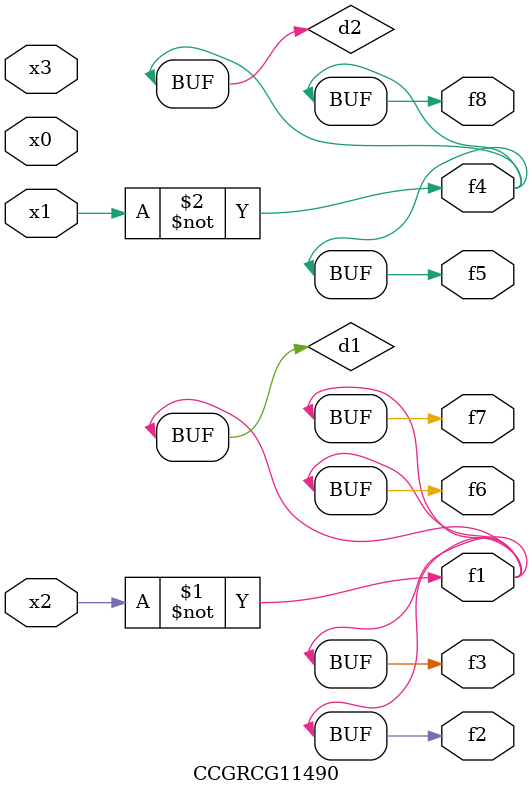
<source format=v>
module CCGRCG11490(
	input x0, x1, x2, x3,
	output f1, f2, f3, f4, f5, f6, f7, f8
);

	wire d1, d2;

	xnor (d1, x2);
	not (d2, x1);
	assign f1 = d1;
	assign f2 = d1;
	assign f3 = d1;
	assign f4 = d2;
	assign f5 = d2;
	assign f6 = d1;
	assign f7 = d1;
	assign f8 = d2;
endmodule

</source>
